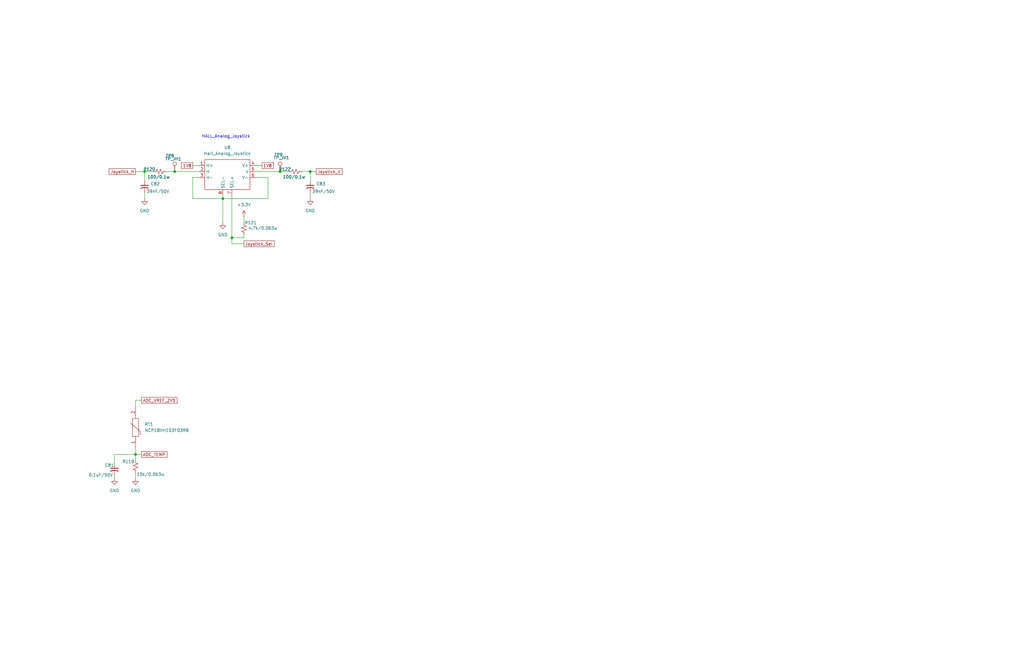
<source format=kicad_sch>
(kicad_sch (version 20250114) (generator "eeschema") (generator_version "9.0")
  (paper "B")
  (lib_symbols
    (symbol "Connector:TestPoint" (pin_numbers (hide yes)) (pin_names (offset 0.762) (hide yes))
      (property "Reference" "TP" (at 0 6.858 0))
      (property "Value" "TestPoint" (at 0 5.08 0))
      (symbol "TestPoint_0_1"
        (circle (center 0 3.302) (radius 0.762))
      )
      (symbol "TestPoint_1_1"
        (pin passive line (at 0 0 90) (length 2.54) (name "1") (number "1"))
      )
    )
    (symbol "Device:C_Small_US" (pin_numbers (hide yes)) (pin_names (offset 0.254) (hide yes))
      (property "Reference" "C" (at 0.254 1.778 0))
      (property "Value" "C_Small_US" (at 0.254 -2.032 0))
      (symbol "C_Small_US_0_1"
        (polyline (pts (xy -1.524 0.508) (xy 1.524 0.508)) (stroke (width 0.3048)))
        (arc (start -1.524 -0.762) (mid 0 -0.3734) (end 1.524 -0.762) (stroke (width 0.3048)))
      )
      (symbol "C_Small_US_1_1"
        (pin passive line (at 0 2.54 270) (length 2.032) (name "~") (number "1"))
        (pin passive line (at 0 -2.54 90) (length 2.032) (name "~") (number "2"))
      )
    )
    (symbol "Device:R_Small_US" (pin_numbers (hide yes)) (pin_names (offset 0.254) (hide yes))
      (property "Reference" "R" (at 0.762 0.508 0))
      (property "Value" "R_Small_US" (at 0.762 -1.016 0))
      (symbol "R_Small_US_1_1"
        (polyline (pts (xy 0 1.524) (xy 1.016 1.143) (xy 0 0.762) (xy -1.016 0.381) (xy 0 0)))
        (polyline (pts (xy 0 0) (xy 1.016 -0.381) (xy 0 -0.762) (xy -1.016 -1.143) (xy 0 -1.524)))
        (pin passive line (at 0 2.54 270) (length 1.016) (name "~") (number "1"))
        (pin passive line (at 0 -2.54 90) (length 1.016) (name "~") (number "2"))
      )
    )
    (symbol "New_Library:Hall_Analog_Sensor"
      (property "Reference" "U" (at 1.016 1.27 0))
      (symbol "Hall_Analog_Sensor_0_1"
        (rectangle (start -8.89 6.35) (end 10.16 -6.35))
      )
      (symbol "Hall_Analog_Sensor_1_1"
        (pin passive line (at -11.43 3.81 0) (length 2.54) (name "H+") (number "1"))
        (pin passive line (at -11.43 1.27 0) (length 2.54) (name "H") (number "2"))
        (pin passive line (at -11.43 -1.27 0) (length 2.54) (name "H-") (number "3"))
        (pin passive line (at -1.27 -8.89 90) (length 2.54) (name "SEL-") (number "8"))
        (pin passive line (at 2.54 -8.89 90) (length 2.54) (name "SEL+") (number "7"))
        (pin passive line (at 12.7 3.81 180) (length 2.54) (name "V+") (number "4"))
        (pin passive line (at 12.7 1.27 180) (length 2.54) (name "V") (number "5"))
        (pin passive line (at 12.7 -1.27 180) (length 2.54) (name "V-") (number "6"))
      )
    )
    (symbol "SamacSys_Parts:NCP18XH103F03RB" (pin_names (offset 0.762))
      (property "Reference" "RT" (at 13.97 6.35 0))
      (property "Value" "NCP18XH103F03RB" (at 13.97 3.81 0))
      (symbol "NCP18XH103F03RB_0_0"
        (pin passive line (at 0 0 0) (length 5.08) (name "~") (number "1"))
        (pin passive line (at 17.78 0 180) (length 5.08) (name "~") (number "2"))
      )
      (symbol "NCP18XH103F03RB_0_1"
        (polyline (pts (xy 5.08 1.27) (xy 12.7 1.27) (xy 12.7 -1.27) (xy 5.08 -1.27) (xy 5.08 1.27)) (stroke (width 0.1524)))
        (polyline (pts (xy 5.588 -2.032) (xy 7.112 -2.032) (xy 10.668 2.032)) (stroke (width 0.1524)))
      )
    )
    (symbol "power:+3.3V" (power) (pin_numbers (hide yes)) (pin_names (offset 0) (hide yes))
      (property "Value" "+3.3V" (at 0 3.556 0))
      (symbol "+3.3V_0_1"
        (polyline (pts (xy -0.762 1.27) (xy 0 2.54)))
        (polyline (pts (xy 0 2.54) (xy 0.762 1.27)))
        (polyline (pts (xy 0 0) (xy 0 2.54)))
      )
      (symbol "+3.3V_1_1"
        (pin power_in line (at 0 0 90) (length 0) (name "~") (number "1"))
      )
    )
    (symbol "power:GND" (power) (pin_numbers (hide yes)) (pin_names (offset 0) (hide yes))
      (property "Value" "GND" (at 0 -3.81 0))
      (symbol "GND_0_1"
        (polyline (pts (xy 0 0) (xy 0 -1.27) (xy 1.27 -1.27) (xy 0 -2.54) (xy -1.27 -1.27) (xy 0 -1.27)))
      )
      (symbol "GND_1_1"
        (pin power_in line (at 0 0 270) (length 0) (name "~") (number "1"))
      )
    )
  )
  (text "HALL_Analog_Joystick" (at 95.25 57.658 0) (effects (font (size 1.27 1.27))))
  (junction (at 93.98 83.82))
  (junction (at 118.11 72.39))
  (junction (at 97.79 100.33))
  (junction (at 130.81 72.39))
  (junction (at 57.15 191.77))
  (junction (at 60.96 72.39))
  (junction (at 73.66 72.39))
  (wire (pts (xy 97.79 102.87) (xy 97.79 100.33)))
  (wire (pts (xy 102.87 102.87) (xy 97.79 102.87)))
  (wire (pts (xy 93.98 83.82) (xy 93.98 93.98)))
  (wire (pts (xy 102.87 91.44) (xy 102.87 93.98)))
  (wire (pts (xy 102.87 100.33) (xy 97.79 100.33)))
  (wire (pts (xy 60.96 72.39) (xy 60.96 76.2)))
  (wire (pts (xy 93.98 82.55) (xy 93.98 83.82)))
  (wire (pts (xy 60.96 72.39) (xy 64.77 72.39)))
  (wire (pts (xy 97.79 82.55) (xy 97.79 100.33)))
  (wire (pts (xy 113.03 83.82) (xy 93.98 83.82)))
  (wire (pts (xy 57.15 189.23) (xy 57.15 191.77)))
  (wire (pts (xy 81.28 83.82) (xy 93.98 83.82)))
  (wire (pts (xy 130.81 72.39) (xy 133.35 72.39)))
  (wire (pts (xy 102.87 100.33) (xy 102.87 99.06)))
  (wire (pts (xy 48.26 191.77) (xy 57.15 191.77)))
  (wire (pts (xy 59.69 168.91) (xy 57.15 168.91)))
  (wire (pts (xy 118.11 72.39) (xy 121.92 72.39)))
  (wire (pts (xy 60.96 81.28) (xy 60.96 83.82)))
  (wire (pts (xy 107.95 69.85) (xy 110.49 69.85)))
  (wire (pts (xy 130.81 72.39) (xy 130.81 76.2)))
  (wire (pts (xy 130.81 81.28) (xy 130.81 83.82)))
  (wire (pts (xy 48.26 191.77) (xy 48.26 195.58)))
  (wire (pts (xy 57.15 191.77) (xy 59.69 191.77)))
  (wire (pts (xy 57.15 168.91) (xy 57.15 171.45)))
  (wire (pts (xy 57.15 199.39) (xy 57.15 201.93)))
  (wire (pts (xy 113.03 74.93) (xy 113.03 83.82)))
  (wire (pts (xy 57.15 191.77) (xy 57.15 194.31)))
  (wire (pts (xy 127 72.39) (xy 130.81 72.39)))
  (wire (pts (xy 73.66 72.39) (xy 83.82 72.39)))
  (wire (pts (xy 107.95 72.39) (xy 118.11 72.39)))
  (wire (pts (xy 83.82 74.93) (xy 81.28 74.93)))
  (wire (pts (xy 69.85 72.39) (xy 73.66 72.39)))
  (wire (pts (xy 57.15 72.39) (xy 60.96 72.39)))
  (wire (pts (xy 107.95 74.93) (xy 113.03 74.93)))
  (wire (pts (xy 48.26 200.66) (xy 48.26 201.93)))
  (wire (pts (xy 81.28 74.93) (xy 81.28 83.82)))
  (wire (pts (xy 81.28 69.85) (xy 83.82 69.85)))
  (global_label "1V8" (shape passive) (at 81.28 69.85 180) (property "Intersheetrefs" "${INTERSHEET_REFS}" (effects (hide yes))))
  (global_label "Joystick_Sel" (shape passive) (at 102.87 102.87 0) (property "Intersheetrefs" "${INTERSHEET_REFS}" (effects (hide yes))))
  (global_label "Joystick_H" (shape passive) (at 57.15 72.39 180) (property "Intersheetrefs" "${INTERSHEET_REFS}" (effects (hide yes))))
  (global_label "Joystick_V" (shape passive) (at 133.35 72.39 0) (property "Intersheetrefs" "${INTERSHEET_REFS}" (effects (hide yes))))
  (global_label "ADC_TEMP" (shape passive) (at 59.69 191.77 0) (property "Intersheetrefs" "${INTERSHEET_REFS}" (effects (hide yes))))
  (global_label "1V8" (shape passive) (at 110.49 69.85 0) (property "Intersheetrefs" "${INTERSHEET_REFS}" (effects (hide yes))))
  (global_label "ADC_VREF_2V5" (shape passive) (at 59.69 168.91 0) (property "Intersheetrefs" "${INTERSHEET_REFS}" (effects (hide yes))))
  (symbol (lib_id "power:+3.3V") (at 102.87 91.44 0) (unit 1)
    (property "Reference" "#PWR0121" (effects (hide yes)))
    (property "Value" "+3.3V" (at 102.87 86.36 0))
    (property "Description" "Power symbol creates a global label with name \"+3.3V\"" (effects (hide yes)))
  )
  (symbol (lib_id "power:GND") (at 93.98 93.98 0) (unit 1)
    (property "Reference" "#PWR0120" (effects (hide yes)))
    (property "Value" "GND" (at 93.98 99.06 0))
    (property "Description" "Power symbol creates a global label with name \"GND\" , ground" (effects (hide yes)))
  )
  (symbol (lib_id "Device:R_Small_US") (at 57.15 196.85 180) (unit 1)
    (property "Reference" "R119" (at 54.102 194.818 0))
    (property "Value" "10k/0.063w" (at 63.5 200.152 0))
    (property "Footprint" "Resistor_SMD:R_0402_1005Metric" (effects (hide yes)))
    (property "Description" "Resistor, small US symbol" (effects (hide yes)))
  )
  (symbol (lib_id "power:GND") (at 60.96 83.82 0) (unit 1)
    (property "Reference" "#PWR0119" (effects (hide yes)))
    (property "Value" "GND" (at 60.96 88.9 0))
    (property "Description" "Power symbol creates a global label with name \"GND\" , ground" (effects (hide yes)))
  )
  (symbol (lib_id "Device:R_Small_US") (at 67.31 72.39 90) (unit 1)
    (property "Reference" "R120" (at 65.532 71.374 90) (effects (justify left)))
    (property "Value" "100/0.1w" (at 71.628 74.676 90) (effects (justify left)))
    (property "Footprint" "Resistor_SMD:R_0603_1608Metric" (effects (hide yes)))
    (property "Description" "Resistor, small US symbol" (effects (hide yes)))
  )
  (symbol (lib_id "power:GND") (at 48.26 201.93 0) (unit 1)
    (property "Reference" "#PWR0117" (effects (hide yes)))
    (property "Value" "GND" (at 48.26 207.01 0))
    (property "Description" "Power symbol creates a global label with name \"GND\" , ground" (effects (hide yes)))
  )
  (symbol (lib_id "Connector:TestPoint") (at 73.66 72.39 0) (unit 1)
    (property "Reference" "TP8" (at 69.85 65.786 0) (effects (justify left)))
    (property "Value" "TP_JH1" (at 69.596 67.0561 0) (effects (justify left)))
    (property "Footprint" "TestPoint:TestPoint_Pad_D1.5mm" (effects (hide yes)))
    (property "Description" "test point" (effects (hide yes)))
  )
  (symbol (lib_id "Device:C_Small_US") (at 60.96 78.74 0) (unit 1)
    (property "Reference" "C82" (at 63.5 77.5969 0) (effects (justify left)))
    (property "Value" "39nF/50V" (at 61.722 80.772 0) (effects (justify left)))
    (property "Footprint" "Capacitor_SMD:C_0402_1005Metric" (effects (hide yes)))
    (property "Description" "capacitor, small US symbol" (effects (hide yes)))
  )
  (symbol (lib_id "power:GND") (at 57.15 201.93 0) (unit 1)
    (property "Reference" "#PWR0118" (effects (hide yes)))
    (property "Value" "GND" (at 57.15 207.01 0))
    (property "Description" "Power symbol creates a global label with name \"GND\" , ground" (effects (hide yes)))
  )
  (symbol (lib_id "SamacSys_Parts:NCP18XH103F03RB") (at 57.15 189.23 90) (unit 1)
    (property "Reference" "RT1" (at 60.96 179.0699 90) (effects (justify right)))
    (property "Value" "NCP18XH103F03RB" (at 60.96 181.6099 90) (effects (justify right)))
    (property "Footprint" "SamacSys_Parts_Project:THRMC1608X95N" (effects (hide yes)))
    (property "Datasheet" "https://componentsearchengine.com/Datasheets/2/NCP18XH103F03RB.pdf" (effects (hide yes)))
    (property "Description" "Thermistor NTC 10K Ohm 1% 2-Pin 0603 Surface Mount Solder Pad 3434K T/R" (effects (hide yes)))
    (property "Description_1" "Thermistor NTC 10K Ohm 1% 2-Pin 0603 Surface Mount Solder Pad 3434K T/R" (effects (hide yes)))
    (property "Height" "0.95" (effects (hide yes)))
    (property "Manufacturer_Name" "Murata Electronics" (effects (hide yes)))
    (property "Manufacturer_Part_Number" "NCP18XH103F03RB" (effects (hide yes)))
    (property "Mouser Part Number" "81-NCP18XH103F03RB" (effects (hide yes)))
    (property "Mouser Price/Stock" "https://www.mouser.co.uk/ProductDetail/Murata-Electronics/NCP18XH103F03RB?qs=k3rQb2PKXqkF9YvF09qsvw%3D%3D" (effects (hide yes)))
    (property "Arrow Part Number" "NCP18XH103F03RB" (effects (hide yes)))
    (property "Arrow Price/Stock" "https://www.arrow.com/en/products/ncp18xh103f03rb/murata-manufacturing?utm_currency=USD&region=europe" (effects (hide yes)))
  )
  (symbol (lib_id "New_Library:Hall_Analog_Sensor") (at 95.25 73.66 0) (unit 1)
    (property "Reference" "U8" (at 95.885 62.23 0))
    (property "Value" "Hall_Analog_Joystick" (at 95.885 64.77 0))
    (property "Footprint" "Library:Hall_Analog_Joystick" (effects (hide yes)))
  )
  (symbol (lib_id "Device:R_Small_US") (at 102.87 96.52 0) (unit 1)
    (property "Reference" "R121" (at 103.124 93.98 0) (effects (justify left)))
    (property "Value" "4.7k/0.063w" (at 104.648 96.266 0) (effects (justify left)))
    (property "Footprint" "Resistor_SMD:R_0402_1005Metric" (effects (hide yes)))
    (property "Description" "Resistor, small US symbol" (effects (hide yes)))
  )
  (symbol (lib_id "Device:C_Small_US") (at 48.26 198.12 0) (unit 1)
    (property "Reference" "C81" (at 44.196 196.342 0) (effects (justify left)))
    (property "Value" "0.1uF/50V" (at 37.338 200.406 0) (effects (justify left)))
    (property "Footprint" "Capacitor_SMD:C_0603_1608Metric" (effects (hide yes)))
    (property "Description" "capacitor, small US symbol" (effects (hide yes)))
  )
  (symbol (lib_id "power:GND") (at 130.81 83.82 0) (unit 1)
    (property "Reference" "#PWR0122" (effects (hide yes)))
    (property "Value" "GND" (at 130.81 88.9 0))
    (property "Description" "Power symbol creates a global label with name \"GND\" , ground" (effects (hide yes)))
  )
  (symbol (lib_id "Connector:TestPoint") (at 118.11 72.39 0) (unit 1)
    (property "Reference" "TP9" (at 115.57 65.278 0) (effects (justify left)))
    (property "Value" "TP_JV1" (at 115.316 66.5481 0) (effects (justify left)))
    (property "Footprint" "TestPoint:TestPoint_Pad_D1.5mm" (effects (hide yes)))
    (property "Description" "test point" (effects (hide yes)))
  )
  (symbol (lib_id "Device:C_Small_US") (at 130.81 78.74 0) (unit 1)
    (property "Reference" "C83" (at 133.35 77.5969 0) (effects (justify left)))
    (property "Value" "39nF/50V" (at 131.572 80.772 0) (effects (justify left)))
    (property "Footprint" "Capacitor_SMD:C_0402_1005Metric" (effects (hide yes)))
    (property "Description" "capacitor, small US symbol" (effects (hide yes)))
  )
  (symbol (lib_id "Device:R_Small_US") (at 124.46 72.39 90) (unit 1)
    (property "Reference" "R122" (at 122.682 71.374 90) (effects (justify left)))
    (property "Value" "100/0.1w" (at 128.778 74.676 90) (effects (justify left)))
    (property "Footprint" "Resistor_SMD:R_0603_1608Metric" (effects (hide yes)))
    (property "Description" "Resistor, small US symbol" (effects (hide yes)))
  )
)
</source>
